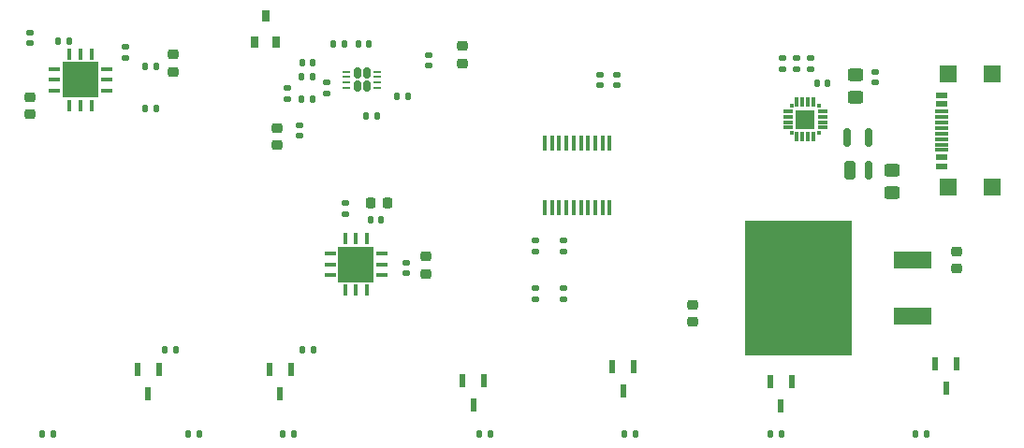
<source format=gbr>
%TF.GenerationSoftware,KiCad,Pcbnew,8.0.7-8.0.7-0~ubuntu22.04.1*%
%TF.CreationDate,2024-12-09T16:30:22+09:00*%
%TF.ProjectId,MRM5-tester,4d524d35-2d74-4657-9374-65722e6b6963,rev?*%
%TF.SameCoordinates,Original*%
%TF.FileFunction,Paste,Top*%
%TF.FilePolarity,Positive*%
%FSLAX46Y46*%
G04 Gerber Fmt 4.6, Leading zero omitted, Abs format (unit mm)*
G04 Created by KiCad (PCBNEW 8.0.7-8.0.7-0~ubuntu22.04.1) date 2024-12-09 16:30:22*
%MOMM*%
%LPD*%
G01*
G04 APERTURE LIST*
G04 Aperture macros list*
%AMRoundRect*
0 Rectangle with rounded corners*
0 $1 Rounding radius*
0 $2 $3 $4 $5 $6 $7 $8 $9 X,Y pos of 4 corners*
0 Add a 4 corners polygon primitive as box body*
4,1,4,$2,$3,$4,$5,$6,$7,$8,$9,$2,$3,0*
0 Add four circle primitives for the rounded corners*
1,1,$1+$1,$2,$3*
1,1,$1+$1,$4,$5*
1,1,$1+$1,$6,$7*
1,1,$1+$1,$8,$9*
0 Add four rect primitives between the rounded corners*
20,1,$1+$1,$2,$3,$4,$5,0*
20,1,$1+$1,$4,$5,$6,$7,0*
20,1,$1+$1,$6,$7,$8,$9,0*
20,1,$1+$1,$8,$9,$2,$3,0*%
G04 Aperture macros list end*
%ADD10R,1.040000X0.600000*%
%ADD11R,1.150000X0.300000*%
%ADD12R,1.065000X0.600000*%
%ADD13R,1.500000X1.500000*%
%ADD14RoundRect,0.250000X0.250000X-0.600000X0.250000X0.600000X-0.250000X0.600000X-0.250000X-0.600000X0*%
%ADD15RoundRect,0.150000X0.150000X-0.700000X0.150000X0.700000X-0.150000X0.700000X-0.150000X-0.700000X0*%
%ADD16R,9.750000X12.200000*%
%ADD17R,3.500000X1.600000*%
%ADD18R,0.700000X1.000000*%
%ADD19R,0.450000X1.475000*%
%ADD20RoundRect,0.250000X0.450000X-0.325000X0.450000X0.325000X-0.450000X0.325000X-0.450000X-0.325000X0*%
%ADD21RoundRect,0.140000X-0.170000X0.140000X-0.170000X-0.140000X0.170000X-0.140000X0.170000X0.140000X0*%
%ADD22RoundRect,0.135000X0.135000X0.185000X-0.135000X0.185000X-0.135000X-0.185000X0.135000X-0.185000X0*%
%ADD23RoundRect,0.225000X-0.250000X0.225000X-0.250000X-0.225000X0.250000X-0.225000X0.250000X0.225000X0*%
%ADD24RoundRect,0.225000X0.250000X-0.225000X0.250000X0.225000X-0.250000X0.225000X-0.250000X-0.225000X0*%
%ADD25RoundRect,0.135000X-0.135000X-0.185000X0.135000X-0.185000X0.135000X0.185000X-0.135000X0.185000X0*%
%ADD26RoundRect,0.250000X-0.450000X0.325000X-0.450000X-0.325000X0.450000X-0.325000X0.450000X0.325000X0*%
%ADD27R,0.600000X1.150000*%
%ADD28RoundRect,0.140000X0.140000X0.170000X-0.140000X0.170000X-0.140000X-0.170000X0.140000X-0.170000X0*%
%ADD29RoundRect,0.160000X-0.160000X-0.340000X0.160000X-0.340000X0.160000X0.340000X-0.160000X0.340000X0*%
%ADD30RoundRect,0.062500X-0.287500X-0.062500X0.287500X-0.062500X0.287500X0.062500X-0.287500X0.062500X0*%
%ADD31RoundRect,0.135000X-0.185000X0.135000X-0.185000X-0.135000X0.185000X-0.135000X0.185000X0.135000X0*%
%ADD32RoundRect,0.140000X0.170000X-0.140000X0.170000X0.140000X-0.170000X0.140000X-0.170000X-0.140000X0*%
%ADD33RoundRect,0.140000X-0.140000X-0.170000X0.140000X-0.170000X0.140000X0.170000X-0.140000X0.170000X0*%
%ADD34R,1.050000X0.300000*%
%ADD35R,0.300000X1.050000*%
%ADD36R,3.220000X3.220000*%
%ADD37RoundRect,0.135000X0.185000X-0.135000X0.185000X0.135000X-0.185000X0.135000X-0.185000X-0.135000X0*%
%ADD38RoundRect,0.225000X-0.225000X-0.250000X0.225000X-0.250000X0.225000X0.250000X-0.225000X0.250000X0*%
%ADD39R,0.300000X0.300000*%
%ADD40R,0.900000X0.300000*%
%ADD41R,0.300000X0.900000*%
%ADD42R,1.800000X1.800000*%
G04 APERTURE END LIST*
D10*
%TO.C,J4*%
X192643000Y-111658000D03*
X192643000Y-110858000D03*
D11*
X192698000Y-109708000D03*
X192698000Y-108708000D03*
X192698000Y-108208000D03*
X192698000Y-107208000D03*
D12*
X192655500Y-106058000D03*
X192655500Y-105258000D03*
D11*
X192698000Y-106708000D03*
X192698000Y-107708000D03*
X192698000Y-109208000D03*
X192698000Y-110208000D03*
D13*
X193273000Y-113578000D03*
X193273000Y-103338000D03*
X197203000Y-113578000D03*
X197203000Y-103338000D03*
%TD*%
D14*
%TO.C,D1*%
X184350000Y-112062000D03*
D15*
X186050000Y-112062000D03*
X186050000Y-109062000D03*
X184150000Y-109062000D03*
%TD*%
D16*
%TO.C,IC5*%
X179744500Y-122682000D03*
D17*
X190019500Y-120142000D03*
X190019500Y-125222000D03*
%TD*%
D18*
%TO.C,D2*%
X130566000Y-100444000D03*
X132466000Y-100444000D03*
X131516000Y-98044000D03*
%TD*%
D19*
%TO.C,IC1*%
X162635000Y-109584000D03*
X161985000Y-109584000D03*
X161335000Y-109584000D03*
X160685000Y-109584000D03*
X160035000Y-109584000D03*
X159385000Y-109584000D03*
X158735000Y-109584000D03*
X158085000Y-109584000D03*
X157435000Y-109584000D03*
X156785000Y-109584000D03*
X156785000Y-115460000D03*
X157435000Y-115460000D03*
X158085000Y-115460000D03*
X158735000Y-115460000D03*
X159385000Y-115460000D03*
X160035000Y-115460000D03*
X160685000Y-115460000D03*
X161335000Y-115460000D03*
X161985000Y-115460000D03*
X162635000Y-115460000D03*
%TD*%
D20*
%TO.C,C3*%
X188214000Y-114052000D03*
X188214000Y-112002000D03*
%TD*%
D21*
%TO.C,C12*%
X144216000Y-120396000D03*
X144216000Y-121356000D03*
%TD*%
D22*
%TO.C,R23*%
X144422000Y-105362000D03*
X143402000Y-105362000D03*
%TD*%
D21*
%TO.C,C9*%
X134564000Y-107978000D03*
X134564000Y-108938000D03*
%TD*%
D23*
%TO.C,C24*%
X170180000Y-124206000D03*
X170180000Y-125756000D03*
%TD*%
D24*
%TO.C,C16*%
X149296000Y-102362000D03*
X149296000Y-100812000D03*
%TD*%
D25*
%TO.C,R20*%
X134766000Y-103584000D03*
X135786000Y-103584000D03*
%TD*%
D26*
%TO.C,C5*%
X184856000Y-103378000D03*
X184856000Y-105428000D03*
%TD*%
D25*
%TO.C,R13*%
X124486000Y-135890000D03*
X125506000Y-135890000D03*
%TD*%
D22*
%TO.C,R18*%
X135786000Y-105616000D03*
X134766000Y-105616000D03*
%TD*%
D27*
%TO.C,Q4*%
X151252000Y-131064000D03*
X149352000Y-131064000D03*
X150302000Y-133264000D03*
%TD*%
D28*
%TO.C,C10*%
X141984000Y-116550000D03*
X141024000Y-116550000D03*
%TD*%
D29*
%TO.C,U2*%
X139819000Y-103255000D03*
X139819000Y-104445000D03*
X140649000Y-103255000D03*
X140649000Y-104445000D03*
D30*
X138834000Y-103100000D03*
X138834000Y-103600000D03*
X138834000Y-104100000D03*
X138834000Y-104600000D03*
X141634000Y-104600000D03*
X141634000Y-104100000D03*
X141634000Y-103600000D03*
X141634000Y-103100000D03*
%TD*%
D23*
%TO.C,C23*%
X110180000Y-105397000D03*
X110180000Y-106947000D03*
%TD*%
D31*
%TO.C,R5*%
X155900000Y-122682000D03*
X155900000Y-123702000D03*
%TD*%
D25*
%TO.C,R27*%
X120590000Y-106426000D03*
X121610000Y-106426000D03*
%TD*%
D22*
%TO.C,R15*%
X134116000Y-135890000D03*
X133096000Y-135890000D03*
%TD*%
D31*
%TO.C,R10*%
X179578000Y-101840000D03*
X179578000Y-102860000D03*
%TD*%
D32*
%TO.C,C1*%
X163266000Y-104338000D03*
X163266000Y-103378000D03*
%TD*%
%TO.C,C7*%
X137025000Y-105052000D03*
X137025000Y-104092000D03*
%TD*%
D33*
%TO.C,C18*%
X139898000Y-100584000D03*
X140858000Y-100584000D03*
%TD*%
D25*
%TO.C,R22*%
X137612000Y-100584000D03*
X138632000Y-100584000D03*
%TD*%
D27*
%TO.C,Q2*%
X179096000Y-131150000D03*
X177196000Y-131150000D03*
X178146000Y-133350000D03*
%TD*%
D23*
%TO.C,C19*%
X194056000Y-119380000D03*
X194056000Y-120930000D03*
%TD*%
D33*
%TO.C,C17*%
X140640000Y-107140000D03*
X141600000Y-107140000D03*
%TD*%
D31*
%TO.C,R7*%
X155900000Y-118364000D03*
X155900000Y-119384000D03*
%TD*%
D24*
%TO.C,C15*%
X145994000Y-121412000D03*
X145994000Y-119862000D03*
%TD*%
D31*
%TO.C,R1*%
X158440000Y-122682000D03*
X158440000Y-123702000D03*
%TD*%
D25*
%TO.C,R8*%
X150818000Y-135890000D03*
X151838000Y-135890000D03*
%TD*%
D33*
%TO.C,C13*%
X134826000Y-102314000D03*
X135786000Y-102314000D03*
%TD*%
D34*
%TO.C,IC2*%
X142060000Y-121550000D03*
X142060000Y-120550000D03*
X142060000Y-119550000D03*
D35*
X140710000Y-118200000D03*
X139710000Y-118200000D03*
X138710000Y-118200000D03*
D34*
X137360000Y-119550000D03*
X137360000Y-120550000D03*
X137360000Y-121550000D03*
D35*
X138710000Y-122900000D03*
X139710000Y-122900000D03*
X140710000Y-122900000D03*
D36*
X139710000Y-120550000D03*
%TD*%
D32*
%TO.C,C25*%
X110180000Y-100556000D03*
X110180000Y-99596000D03*
%TD*%
D33*
%TO.C,C21*%
X112776000Y-100330000D03*
X113736000Y-100330000D03*
%TD*%
D31*
%TO.C,R21*%
X138710000Y-115026000D03*
X138710000Y-116046000D03*
%TD*%
D25*
%TO.C,R16*%
X111320000Y-135890000D03*
X112340000Y-135890000D03*
%TD*%
D21*
%TO.C,C14*%
X146248000Y-101600000D03*
X146248000Y-102560000D03*
%TD*%
D25*
%TO.C,R6*%
X163984000Y-135890000D03*
X165004000Y-135890000D03*
%TD*%
D31*
%TO.C,R3*%
X158440000Y-118364000D03*
X158440000Y-119384000D03*
%TD*%
D37*
%TO.C,R19*%
X133500000Y-105618000D03*
X133500000Y-104598000D03*
%TD*%
D38*
%TO.C,C8*%
X140996000Y-115026000D03*
X142546000Y-115026000D03*
%TD*%
D27*
%TO.C,Q3*%
X164806000Y-129844000D03*
X162906000Y-129844000D03*
X163856000Y-132044000D03*
%TD*%
D25*
%TO.C,R4*%
X177150000Y-135890000D03*
X178170000Y-135890000D03*
%TD*%
D37*
%TO.C,R9*%
X180848000Y-102860000D03*
X180848000Y-101840000D03*
%TD*%
D23*
%TO.C,C22*%
X123134000Y-101574000D03*
X123134000Y-103124000D03*
%TD*%
D25*
%TO.C,R25*%
X120594000Y-102616000D03*
X121614000Y-102616000D03*
%TD*%
D21*
%TO.C,C6*%
X186634000Y-103103000D03*
X186634000Y-104063000D03*
%TD*%
D37*
%TO.C,R11*%
X178308000Y-102858000D03*
X178308000Y-101838000D03*
%TD*%
D24*
%TO.C,C11*%
X132532000Y-109754000D03*
X132532000Y-108204000D03*
%TD*%
D32*
%TO.C,C2*%
X161742000Y-104338000D03*
X161742000Y-103378000D03*
%TD*%
D25*
%TO.C,R2*%
X190316000Y-135890000D03*
X191336000Y-135890000D03*
%TD*%
D27*
%TO.C,Q6*%
X133802000Y-130048000D03*
X131902000Y-130048000D03*
X132852000Y-132248000D03*
%TD*%
%TO.C,Q1*%
X194016000Y-129590000D03*
X192116000Y-129590000D03*
X193066000Y-131790000D03*
%TD*%
D31*
%TO.C,R26*%
X118816000Y-100834000D03*
X118816000Y-101854000D03*
%TD*%
D28*
%TO.C,C4*%
X182344000Y-104119000D03*
X181384000Y-104119000D03*
%TD*%
D39*
%TO.C,U1*%
X181590000Y-108671000D03*
D40*
X181890000Y-108171000D03*
X181890000Y-107671000D03*
X181890000Y-107171000D03*
X181890000Y-106671000D03*
D39*
X181590000Y-106171000D03*
D41*
X181090000Y-105871000D03*
X180590000Y-105871000D03*
X180090000Y-105871000D03*
X179590000Y-105871000D03*
D39*
X179090000Y-106171000D03*
D40*
X178790000Y-106671000D03*
X178790000Y-107171000D03*
X178790000Y-107671000D03*
X178790000Y-108171000D03*
D39*
X179090000Y-108671000D03*
D41*
X179590000Y-108971000D03*
X180090000Y-108971000D03*
X180590000Y-108971000D03*
X181090000Y-108971000D03*
D42*
X180340000Y-107421000D03*
%TD*%
D25*
%TO.C,R12*%
X122368000Y-128270000D03*
X123388000Y-128270000D03*
%TD*%
%TO.C,R14*%
X134814000Y-128270000D03*
X135834000Y-128270000D03*
%TD*%
D27*
%TO.C,Q5*%
X121864000Y-130048000D03*
X119964000Y-130048000D03*
X120914000Y-132248000D03*
%TD*%
D34*
%TO.C,IC3*%
X112420000Y-102850000D03*
X112420000Y-103850000D03*
X112420000Y-104850000D03*
D35*
X113770000Y-106200000D03*
X114770000Y-106200000D03*
X115770000Y-106200000D03*
D34*
X117120000Y-104850000D03*
X117120000Y-103850000D03*
X117120000Y-102850000D03*
D35*
X115770000Y-101500000D03*
X114770000Y-101500000D03*
X113770000Y-101500000D03*
D36*
X114770000Y-103850000D03*
%TD*%
M02*

</source>
